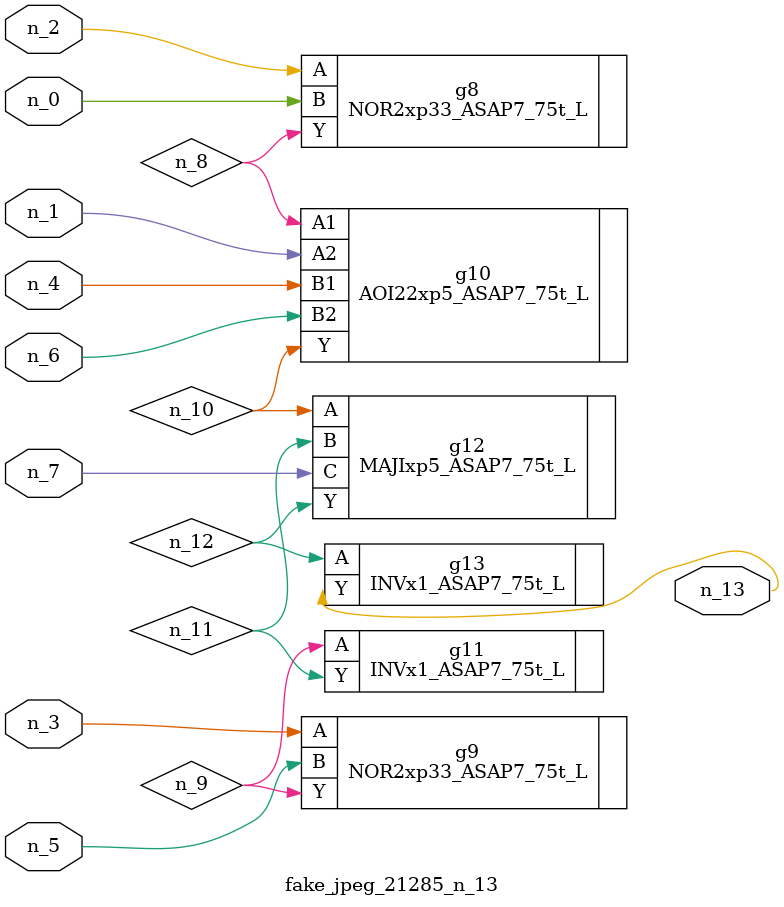
<source format=v>
module fake_jpeg_21285_n_13 (n_3, n_2, n_1, n_0, n_4, n_6, n_5, n_7, n_13);

input n_3;
input n_2;
input n_1;
input n_0;
input n_4;
input n_6;
input n_5;
input n_7;

output n_13;

wire n_11;
wire n_10;
wire n_12;
wire n_8;
wire n_9;

NOR2xp33_ASAP7_75t_L g8 ( 
.A(n_2),
.B(n_0),
.Y(n_8)
);

NOR2xp33_ASAP7_75t_L g9 ( 
.A(n_3),
.B(n_5),
.Y(n_9)
);

AOI22xp5_ASAP7_75t_L g10 ( 
.A1(n_8),
.A2(n_1),
.B1(n_4),
.B2(n_6),
.Y(n_10)
);

MAJIxp5_ASAP7_75t_L g12 ( 
.A(n_10),
.B(n_11),
.C(n_7),
.Y(n_12)
);

INVx1_ASAP7_75t_L g11 ( 
.A(n_9),
.Y(n_11)
);

INVx1_ASAP7_75t_L g13 ( 
.A(n_12),
.Y(n_13)
);


endmodule
</source>
